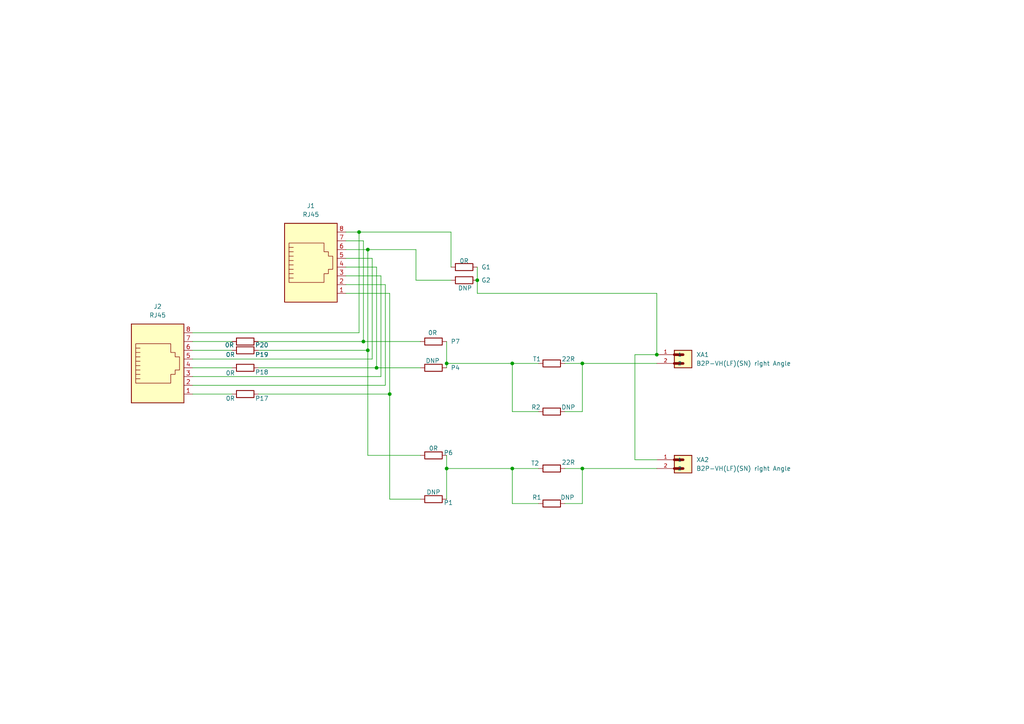
<source format=kicad_sch>
(kicad_sch (version 20231120) (generator "eeschema") (generator_version "8.0")
  (paper "A4")
  (lib_symbols
    (symbol "B2P-VH_LF__SN_:B2P-VH(LF)(SN)" (pin_names (offset 1.016))
      (property "Reference" "XA" (at -2.54 2.54 0))
      (property "Value" "B2P-VH(LF)(SN)" (at -2.54 -3.81 0))
      (symbol "B2P-VH(LF)(SN)_0_0"
        (rectangle (start -2.54 -2.54) (end 2.54 2.54) (stroke (width 0.254)) (fill (type background)))
        (polyline (pts (xy -2.54 -1.27) (xy 0 -1.27)) (stroke (width 0.762)))
        (polyline (pts (xy -2.54 1.27) (xy 0 1.27)) (stroke (width 0.762)))
        (pin passive line (at -7.62 1.27 0) (length 5.08) (name "1") (number "1"))
        (pin passive line (at -7.62 -1.27 0) (length 5.08) (name "2") (number "2"))
      )
    )
    (symbol "Connector:RJ45" (pin_names (offset 1.016))
      (property "Reference" "J" (at -5.08 13.97 0))
      (property "Value" "RJ45" (at 2.54 13.97 0))
      (symbol "RJ45_0_1"
        (polyline (pts (xy -5.08 4.445) (xy -6.35 4.445)))
        (polyline (pts (xy -5.08 5.715) (xy -6.35 5.715)))
        (polyline (pts (xy -6.35 -3.175) (xy -5.08 -3.175) (xy -5.08 -3.175)))
        (polyline (pts (xy -6.35 -1.905) (xy -5.08 -1.905) (xy -5.08 -1.905)))
        (polyline (pts (xy -6.35 -0.635) (xy -5.08 -0.635) (xy -5.08 -0.635)))
        (polyline (pts (xy -6.35 0.635) (xy -5.08 0.635) (xy -5.08 0.635)))
        (polyline (pts (xy -6.35 1.905) (xy -5.08 1.905) (xy -5.08 1.905)))
        (polyline (pts (xy -5.08 3.175) (xy -6.35 3.175) (xy -6.35 3.175)))
        (polyline (pts (xy -6.35 -4.445) (xy -6.35 6.985) (xy 3.81 6.985) (xy 3.81 4.445) (xy 5.08 4.445) (xy 5.08 3.175) (xy 6.35 3.175) (xy 6.35 -0.635) (xy 5.08 -0.635) (xy 5.08 -1.905) (xy 3.81 -1.905) (xy 3.81 -4.445) (xy -6.35 -4.445) (xy -6.35 -4.445)))
        (rectangle (start 7.62 12.7) (end -7.62 -10.16) (stroke (width 0.254)) (fill (type background)))
      )
      (symbol "RJ45_1_1"
        (pin passive line (at 10.16 -7.62 180) (length 2.54) (name "~") (number "1"))
        (pin passive line (at 10.16 -5.08 180) (length 2.54) (name "~") (number "2"))
        (pin passive line (at 10.16 -2.54 180) (length 2.54) (name "~") (number "3"))
        (pin passive line (at 10.16 0 180) (length 2.54) (name "~") (number "4"))
        (pin passive line (at 10.16 2.54 180) (length 2.54) (name "~") (number "5"))
        (pin passive line (at 10.16 5.08 180) (length 2.54) (name "~") (number "6"))
        (pin passive line (at 10.16 7.62 180) (length 2.54) (name "~") (number "7"))
        (pin passive line (at 10.16 10.16 180) (length 2.54) (name "~") (number "8"))
      )
    )
    (symbol "Device:R" (pin_numbers hide) (pin_names (offset 0))
      (property "Reference" "R" (at 2.032 0 90))
      (property "Value" "R" (at 0 0 90))
      (symbol "R_0_1"
        (rectangle (start -1.016 -2.54) (end 1.016 2.54) (stroke (width 0.254)))
      )
      (symbol "R_1_1"
        (pin passive line (at 0 3.81 270) (length 1.27) (name "~") (number "1"))
        (pin passive line (at 0 -3.81 90) (length 1.27) (name "~") (number "2"))
      )
    )
  )
  (junction (at 105.41 99.06))
  (junction (at 138.43 81.28))
  (junction (at 168.91 135.89))
  (junction (at 148.59 105.41))
  (junction (at 148.59 135.89))
  (junction (at 129.54 105.41))
  (junction (at 106.68 101.6))
  (junction (at 129.54 135.89))
  (junction (at 113.03 114.3))
  (junction (at 109.22 106.68))
  (junction (at 190.5 102.87))
  (junction (at 104.14 67.31))
  (junction (at 106.68 72.39))
  (junction (at 168.91 105.41))
  (wire (pts (xy 74.93 101.6) (xy 106.68 101.6)))
  (wire (pts (xy 163.83 105.41) (xy 168.91 105.41)))
  (wire (pts (xy 67.31 99.06) (xy 55.88 99.06)))
  (wire (pts (xy 120.65 81.28) (xy 120.65 72.39)))
  (wire (pts (xy 100.33 82.55) (xy 111.76 82.55)))
  (wire (pts (xy 100.33 69.85) (xy 105.41 69.85)))
  (wire (pts (xy 100.33 67.31) (xy 104.14 67.31)))
  (wire (pts (xy 113.03 144.78) (xy 113.03 114.3)))
  (wire (pts (xy 156.21 105.41) (xy 148.59 105.41)))
  (wire (pts (xy 104.14 67.31) (xy 104.14 96.52)))
  (wire (pts (xy 129.54 105.41) (xy 129.54 106.68)))
  (wire (pts (xy 190.5 105.41) (xy 168.91 105.41)))
  (wire (pts (xy 148.59 105.41) (xy 148.59 119.38)))
  (wire (pts (xy 138.43 85.09) (xy 190.5 85.09)))
  (wire (pts (xy 104.14 67.31) (xy 130.81 67.31)))
  (wire (pts (xy 107.95 74.93) (xy 107.95 104.14)))
  (wire (pts (xy 190.5 135.89) (xy 168.91 135.89)))
  (wire (pts (xy 105.41 99.06) (xy 74.93 99.06)))
  (wire (pts (xy 168.91 105.41) (xy 168.91 119.38)))
  (wire (pts (xy 168.91 135.89) (xy 168.91 146.05)))
  (wire (pts (xy 105.41 99.06) (xy 121.92 99.06)))
  (wire (pts (xy 67.31 114.3) (xy 55.88 114.3)))
  (wire (pts (xy 129.54 135.89) (xy 148.59 135.89)))
  (wire (pts (xy 111.76 82.55) (xy 111.76 111.76)))
  (wire (pts (xy 111.76 111.76) (xy 55.88 111.76)))
  (wire (pts (xy 109.22 106.68) (xy 74.93 106.68)))
  (wire (pts (xy 184.15 133.35) (xy 190.5 133.35)))
  (wire (pts (xy 148.59 135.89) (xy 148.59 146.05)))
  (wire (pts (xy 113.03 114.3) (xy 74.93 114.3)))
  (wire (pts (xy 113.03 85.09) (xy 113.03 114.3)))
  (wire (pts (xy 100.33 80.01) (xy 110.49 80.01)))
  (wire (pts (xy 163.83 135.89) (xy 168.91 135.89)))
  (wire (pts (xy 129.54 135.89) (xy 129.54 144.78)))
  (wire (pts (xy 130.81 77.47) (xy 130.81 67.31)))
  (wire (pts (xy 156.21 119.38) (xy 148.59 119.38)))
  (wire (pts (xy 110.49 109.22) (xy 55.88 109.22)))
  (wire (pts (xy 106.68 72.39) (xy 106.68 101.6)))
  (wire (pts (xy 163.83 146.05) (xy 168.91 146.05)))
  (wire (pts (xy 184.15 102.87) (xy 184.15 133.35)))
  (wire (pts (xy 106.68 132.08) (xy 106.68 101.6)))
  (wire (pts (xy 100.33 85.09) (xy 113.03 85.09)))
  (wire (pts (xy 67.31 106.68) (xy 55.88 106.68)))
  (wire (pts (xy 129.54 105.41) (xy 148.59 105.41)))
  (wire (pts (xy 109.22 106.68) (xy 121.92 106.68)))
  (wire (pts (xy 190.5 102.87) (xy 190.5 85.09)))
  (wire (pts (xy 100.33 72.39) (xy 106.68 72.39)))
  (wire (pts (xy 129.54 132.08) (xy 129.54 135.89)))
  (wire (pts (xy 107.95 104.14) (xy 55.88 104.14)))
  (wire (pts (xy 156.21 135.89) (xy 148.59 135.89)))
  (wire (pts (xy 55.88 101.6) (xy 67.31 101.6)))
  (wire (pts (xy 120.65 72.39) (xy 106.68 72.39)))
  (wire (pts (xy 109.22 77.47) (xy 109.22 106.68)))
  (wire (pts (xy 163.83 119.38) (xy 168.91 119.38)))
  (wire (pts (xy 156.21 146.05) (xy 148.59 146.05)))
  (wire (pts (xy 138.43 77.47) (xy 138.43 81.28)))
  (wire (pts (xy 120.65 81.28) (xy 130.81 81.28)))
  (wire (pts (xy 104.14 96.52) (xy 55.88 96.52)))
  (wire (pts (xy 106.68 132.08) (xy 121.92 132.08)))
  (wire (pts (xy 100.33 74.93) (xy 107.95 74.93)))
  (wire (pts (xy 100.33 77.47) (xy 109.22 77.47)))
  (wire (pts (xy 113.03 144.78) (xy 121.92 144.78)))
  (wire (pts (xy 129.54 99.06) (xy 129.54 105.41)))
  (wire (pts (xy 105.41 69.85) (xy 105.41 99.06)))
  (wire (pts (xy 110.49 80.01) (xy 110.49 109.22)))
  (wire (pts (xy 184.15 102.87) (xy 190.5 102.87)))
  (wire (pts (xy 138.43 81.28) (xy 138.43 85.09)))
  (symbol (lib_id "Device:R") (at 125.73 132.08 90) (unit 1)
    (property "Reference" "P6" (at 130.048 131.318 90))
    (property "Value" "0R" (at 125.73 130.048 90))
    (property "Footprint" "Resistor_SMD:R_0603_1608Metric" (effects (hide yes)))
  )
  (symbol (lib_id "Device:R") (at 71.12 114.3 90) (unit 1)
    (property "Reference" "P17" (at 75.946 115.57 90))
    (property "Value" "0R" (at 66.802 115.57 90))
    (property "Footprint" "Resistor_SMD:R_0805_2012Metric" (effects (hide yes)))
  )
  (symbol (lib_id "Device:R") (at 125.73 99.06 90) (unit 1)
    (property "Reference" "P7" (at 132.08 99.06 90))
    (property "Value" "0R" (at 125.476 96.52 90))
    (property "Footprint" "Resistor_SMD:R_0603_1608Metric" (effects (hide yes)))
  )
  (symbol (lib_id "Device:R") (at 160.02 105.41 270) (unit 1)
    (property "Reference" "T1" (at 155.702 104.14 90))
    (property "Value" "22R" (at 164.846 104.14 90))
    (property "Footprint" "Resistor_SMD:R_0603_1608Metric" (effects (hide yes)))
  )
  (symbol (lib_id "Device:R") (at 71.12 99.06 90) (unit 1)
    (property "Reference" "P20" (at 75.946 100.076 90))
    (property "Value" "0R" (at 66.548 100.076 90))
    (property "Footprint" "Resistor_SMD:R_0805_2012Metric" (effects (hide yes)))
  )
  (symbol (lib_id "Device:R") (at 134.62 81.28 90) (unit 1)
    (property "Reference" "G2" (at 140.97 81.28 90))
    (property "Value" "DNP" (at 134.874 83.566 90))
    (property "Footprint" "Resistor_SMD:R_0603_1608Metric" (effects (hide yes)))
  )
  (symbol (lib_id "Device:R") (at 125.73 144.78 90) (unit 1)
    (property "Reference" "P1" (at 130.048 145.796 90))
    (property "Value" "DNP" (at 125.73 142.748 90))
    (property "Footprint" "Resistor_SMD:R_0603_1608Metric" (effects (hide yes)))
  )
  (symbol (lib_id "Device:R") (at 71.12 101.6 90) (unit 1)
    (property "Reference" "P19" (at 75.946 102.87 90))
    (property "Value" "0R" (at 66.802 102.87 90))
    (property "Footprint" "Resistor_SMD:R_0805_2012Metric" (effects (hide yes)))
  )
  (symbol (lib_id "Device:R") (at 134.62 77.47 90) (unit 1)
    (property "Reference" "G1" (at 140.97 77.47 90))
    (property "Value" "0R" (at 134.62 75.692 90))
    (property "Footprint" "Resistor_SMD:R_0603_1608Metric" (effects (hide yes)))
  )
  (symbol (lib_id "Device:R") (at 160.02 146.05 270) (unit 1)
    (property "Reference" "R1" (at 155.702 144.272 90))
    (property "Value" "DNP" (at 164.592 144.272 90))
    (property "Footprint" "Resistor_THT:R_Box_L8.4mm_W2.5mm_P5.08mm" (effects (hide yes)))
    (property "Description" "Resistor" (effects (hide yes)))
  )
  (symbol (lib_id "B2P-VH_LF__SN_:B2P-VH(LF)(SN)") (at 198.12 104.14 0) (unit 1)
    (property "Reference" "XA1" (at 201.93 102.8699 0) (effects (justify left)))
    (property "Value" "B2P-VH(LF)(SN) right Angle" (at 201.93 105.4099 0) (effects (justify left)))
    (property "Footprint" "Connector_Hirose:Hirose_DF63M-2P-3.96DSA_1x02_P3.96mm_Vertical" (effects (hide yes)))
    (property "MANUFACTURER" "JST" (effects (hide yes)))
  )
  (symbol (lib_id "B2P-VH_LF__SN_:B2P-VH(LF)(SN)") (at 198.12 134.62 0) (unit 1)
    (property "Reference" "XA2" (at 201.93 133.3499 0) (effects (justify left)))
    (property "Value" "B2P-VH(LF)(SN) right Angle" (at 201.93 135.8899 0) (effects (justify left)))
    (property "Footprint" "Connector_Hirose:Hirose_DF63M-2P-3.96DSA_1x02_P3.96mm_Vertical" (effects (hide yes)))
    (property "MANUFACTURER" "JST" (effects (hide yes)))
  )
  (symbol (lib_id "Connector:RJ45") (at 45.72 106.68 0) (unit 1)
    (property "Reference" "J2" (at 45.72 88.9 0))
    (property "Value" "RJ45" (at 45.72 91.44 0))
    (property "Footprint" "Connector_RJ:RJ45_OST_PJ012-8P8CX_Vertical" (effects (hide yes)))
  )
  (symbol (lib_id "Device:R") (at 160.02 135.89 270) (unit 1)
    (property "Reference" "T2" (at 155.194 134.366 90))
    (property "Value" "22R" (at 164.846 134.112 90))
    (property "Footprint" "Resistor_SMD:R_0603_1608Metric" (effects (hide yes)))
  )
  (symbol (lib_id "Connector:RJ45") (at 90.17 77.47 0) (unit 1)
    (property "Reference" "J1" (at 90.17 59.69 0))
    (property "Value" "RJ45" (at 90.17 62.23 0))
    (property "Footprint" "Connector_RJ:RJ45_OST_PJ012-8P8CX_Vertical" (effects (hide yes)))
  )
  (symbol (lib_id "Device:R") (at 125.73 106.68 90) (unit 1) (in_bom no)
    (property "Reference" "P4" (at 132.08 106.68 90))
    (property "Value" "DNP" (at 125.476 104.648 90))
    (property "Footprint" "Resistor_SMD:R_0603_1608Metric" (effects (hide yes)))
  )
  (symbol (lib_id "Device:R") (at 160.02 119.38 270) (unit 1)
    (property "Reference" "R2" (at 155.448 118.11 90))
    (property "Value" "DNP" (at 164.846 118.11 90))
    (property "Footprint" "Resistor_THT:R_Box_L8.4mm_W2.5mm_P5.08mm" (effects (hide yes)))
    (property "Description" "Resistor" (effects (hide yes)))
  )
  (symbol (lib_id "Device:R") (at 71.12 106.68 90) (unit 1)
    (property "Reference" "P18" (at 75.946 107.95 90))
    (property "Value" "0R" (at 66.802 108.204 90))
    (property "Footprint" "Resistor_SMD:R_0805_2012Metric" (effects (hide yes)))
  )
)
</source>
